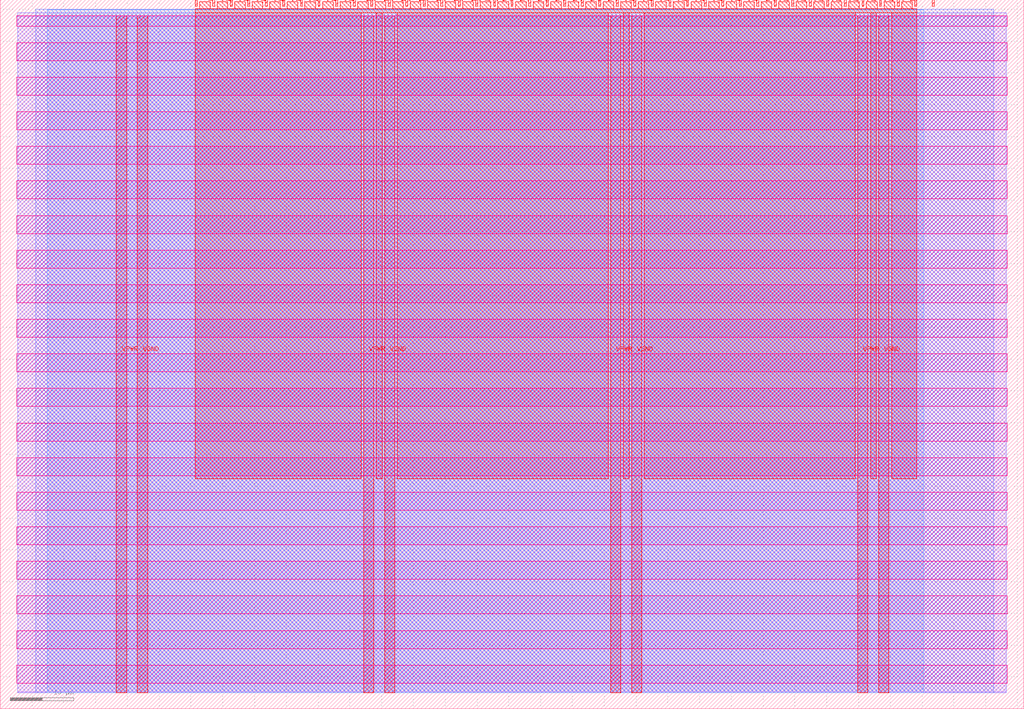
<source format=lef>
VERSION 5.7 ;
  NOWIREEXTENSIONATPIN ON ;
  DIVIDERCHAR "/" ;
  BUSBITCHARS "[]" ;
MACRO tt_um_bytex64_munch
  CLASS BLOCK ;
  FOREIGN tt_um_bytex64_munch ;
  ORIGIN 0.000 0.000 ;
  SIZE 161.000 BY 111.520 ;
  PIN VGND
    DIRECTION INOUT ;
    USE GROUND ;
    PORT
      LAYER met4 ;
        RECT 21.580 2.480 23.180 109.040 ;
    END
    PORT
      LAYER met4 ;
        RECT 60.450 2.480 62.050 109.040 ;
    END
    PORT
      LAYER met4 ;
        RECT 99.320 2.480 100.920 109.040 ;
    END
    PORT
      LAYER met4 ;
        RECT 138.190 2.480 139.790 109.040 ;
    END
  END VGND
  PIN VPWR
    DIRECTION INOUT ;
    USE POWER ;
    PORT
      LAYER met4 ;
        RECT 18.280 2.480 19.880 109.040 ;
    END
    PORT
      LAYER met4 ;
        RECT 57.150 2.480 58.750 109.040 ;
    END
    PORT
      LAYER met4 ;
        RECT 96.020 2.480 97.620 109.040 ;
    END
    PORT
      LAYER met4 ;
        RECT 134.890 2.480 136.490 109.040 ;
    END
  END VPWR
  PIN clk
    DIRECTION INPUT ;
    USE SIGNAL ;
    ANTENNAGATEAREA 0.852000 ;
    PORT
      LAYER met4 ;
        RECT 143.830 110.520 144.130 111.520 ;
    END
  END clk
  PIN ena
    DIRECTION INPUT ;
    USE SIGNAL ;
    PORT
      LAYER met4 ;
        RECT 146.590 110.520 146.890 111.520 ;
    END
  END ena
  PIN rst_n
    DIRECTION INPUT ;
    USE SIGNAL ;
    ANTENNAGATEAREA 0.196500 ;
    PORT
      LAYER met4 ;
        RECT 141.070 110.520 141.370 111.520 ;
    END
  END rst_n
  PIN ui_in[0]
    DIRECTION INPUT ;
    USE SIGNAL ;
    PORT
      LAYER met4 ;
        RECT 138.310 110.520 138.610 111.520 ;
    END
  END ui_in[0]
  PIN ui_in[1]
    DIRECTION INPUT ;
    USE SIGNAL ;
    PORT
      LAYER met4 ;
        RECT 135.550 110.520 135.850 111.520 ;
    END
  END ui_in[1]
  PIN ui_in[2]
    DIRECTION INPUT ;
    USE SIGNAL ;
    PORT
      LAYER met4 ;
        RECT 132.790 110.520 133.090 111.520 ;
    END
  END ui_in[2]
  PIN ui_in[3]
    DIRECTION INPUT ;
    USE SIGNAL ;
    PORT
      LAYER met4 ;
        RECT 130.030 110.520 130.330 111.520 ;
    END
  END ui_in[3]
  PIN ui_in[4]
    DIRECTION INPUT ;
    USE SIGNAL ;
    PORT
      LAYER met4 ;
        RECT 127.270 110.520 127.570 111.520 ;
    END
  END ui_in[4]
  PIN ui_in[5]
    DIRECTION INPUT ;
    USE SIGNAL ;
    PORT
      LAYER met4 ;
        RECT 124.510 110.520 124.810 111.520 ;
    END
  END ui_in[5]
  PIN ui_in[6]
    DIRECTION INPUT ;
    USE SIGNAL ;
    PORT
      LAYER met4 ;
        RECT 121.750 110.520 122.050 111.520 ;
    END
  END ui_in[6]
  PIN ui_in[7]
    DIRECTION INPUT ;
    USE SIGNAL ;
    PORT
      LAYER met4 ;
        RECT 118.990 110.520 119.290 111.520 ;
    END
  END ui_in[7]
  PIN uio_in[0]
    DIRECTION INPUT ;
    USE SIGNAL ;
    PORT
      LAYER met4 ;
        RECT 116.230 110.520 116.530 111.520 ;
    END
  END uio_in[0]
  PIN uio_in[1]
    DIRECTION INPUT ;
    USE SIGNAL ;
    PORT
      LAYER met4 ;
        RECT 113.470 110.520 113.770 111.520 ;
    END
  END uio_in[1]
  PIN uio_in[2]
    DIRECTION INPUT ;
    USE SIGNAL ;
    PORT
      LAYER met4 ;
        RECT 110.710 110.520 111.010 111.520 ;
    END
  END uio_in[2]
  PIN uio_in[3]
    DIRECTION INPUT ;
    USE SIGNAL ;
    PORT
      LAYER met4 ;
        RECT 107.950 110.520 108.250 111.520 ;
    END
  END uio_in[3]
  PIN uio_in[4]
    DIRECTION INPUT ;
    USE SIGNAL ;
    PORT
      LAYER met4 ;
        RECT 105.190 110.520 105.490 111.520 ;
    END
  END uio_in[4]
  PIN uio_in[5]
    DIRECTION INPUT ;
    USE SIGNAL ;
    PORT
      LAYER met4 ;
        RECT 102.430 110.520 102.730 111.520 ;
    END
  END uio_in[5]
  PIN uio_in[6]
    DIRECTION INPUT ;
    USE SIGNAL ;
    PORT
      LAYER met4 ;
        RECT 99.670 110.520 99.970 111.520 ;
    END
  END uio_in[6]
  PIN uio_in[7]
    DIRECTION INPUT ;
    USE SIGNAL ;
    PORT
      LAYER met4 ;
        RECT 96.910 110.520 97.210 111.520 ;
    END
  END uio_in[7]
  PIN uio_oe[0]
    DIRECTION OUTPUT ;
    USE SIGNAL ;
    ANTENNADIFFAREA 0.445500 ;
    PORT
      LAYER met4 ;
        RECT 49.990 110.520 50.290 111.520 ;
    END
  END uio_oe[0]
  PIN uio_oe[1]
    DIRECTION OUTPUT ;
    USE SIGNAL ;
    ANTENNADIFFAREA 0.445500 ;
    PORT
      LAYER met4 ;
        RECT 47.230 110.520 47.530 111.520 ;
    END
  END uio_oe[1]
  PIN uio_oe[2]
    DIRECTION OUTPUT ;
    USE SIGNAL ;
    ANTENNADIFFAREA 0.445500 ;
    PORT
      LAYER met4 ;
        RECT 44.470 110.520 44.770 111.520 ;
    END
  END uio_oe[2]
  PIN uio_oe[3]
    DIRECTION OUTPUT ;
    USE SIGNAL ;
    ANTENNADIFFAREA 0.445500 ;
    PORT
      LAYER met4 ;
        RECT 41.710 110.520 42.010 111.520 ;
    END
  END uio_oe[3]
  PIN uio_oe[4]
    DIRECTION OUTPUT ;
    USE SIGNAL ;
    ANTENNADIFFAREA 0.445500 ;
    PORT
      LAYER met4 ;
        RECT 38.950 110.520 39.250 111.520 ;
    END
  END uio_oe[4]
  PIN uio_oe[5]
    DIRECTION OUTPUT ;
    USE SIGNAL ;
    ANTENNADIFFAREA 0.445500 ;
    PORT
      LAYER met4 ;
        RECT 36.190 110.520 36.490 111.520 ;
    END
  END uio_oe[5]
  PIN uio_oe[6]
    DIRECTION OUTPUT ;
    USE SIGNAL ;
    ANTENNADIFFAREA 0.445500 ;
    PORT
      LAYER met4 ;
        RECT 33.430 110.520 33.730 111.520 ;
    END
  END uio_oe[6]
  PIN uio_oe[7]
    DIRECTION OUTPUT ;
    USE SIGNAL ;
    ANTENNADIFFAREA 0.445500 ;
    PORT
      LAYER met4 ;
        RECT 30.670 110.520 30.970 111.520 ;
    END
  END uio_oe[7]
  PIN uio_out[0]
    DIRECTION OUTPUT ;
    USE SIGNAL ;
    ANTENNADIFFAREA 0.445500 ;
    PORT
      LAYER met4 ;
        RECT 72.070 110.520 72.370 111.520 ;
    END
  END uio_out[0]
  PIN uio_out[1]
    DIRECTION OUTPUT ;
    USE SIGNAL ;
    ANTENNADIFFAREA 0.445500 ;
    PORT
      LAYER met4 ;
        RECT 69.310 110.520 69.610 111.520 ;
    END
  END uio_out[1]
  PIN uio_out[2]
    DIRECTION OUTPUT ;
    USE SIGNAL ;
    ANTENNADIFFAREA 0.445500 ;
    PORT
      LAYER met4 ;
        RECT 66.550 110.520 66.850 111.520 ;
    END
  END uio_out[2]
  PIN uio_out[3]
    DIRECTION OUTPUT ;
    USE SIGNAL ;
    ANTENNADIFFAREA 0.445500 ;
    PORT
      LAYER met4 ;
        RECT 63.790 110.520 64.090 111.520 ;
    END
  END uio_out[3]
  PIN uio_out[4]
    DIRECTION OUTPUT ;
    USE SIGNAL ;
    ANTENNADIFFAREA 0.795200 ;
    PORT
      LAYER met4 ;
        RECT 61.030 110.520 61.330 111.520 ;
    END
  END uio_out[4]
  PIN uio_out[5]
    DIRECTION OUTPUT ;
    USE SIGNAL ;
    ANTENNADIFFAREA 0.795200 ;
    PORT
      LAYER met4 ;
        RECT 58.270 110.520 58.570 111.520 ;
    END
  END uio_out[5]
  PIN uio_out[6]
    DIRECTION OUTPUT ;
    USE SIGNAL ;
    ANTENNADIFFAREA 0.795200 ;
    PORT
      LAYER met4 ;
        RECT 55.510 110.520 55.810 111.520 ;
    END
  END uio_out[6]
  PIN uio_out[7]
    DIRECTION OUTPUT ;
    USE SIGNAL ;
    ANTENNADIFFAREA 0.795200 ;
    PORT
      LAYER met4 ;
        RECT 52.750 110.520 53.050 111.520 ;
    END
  END uio_out[7]
  PIN uo_out[0]
    DIRECTION OUTPUT ;
    USE SIGNAL ;
    ANTENNADIFFAREA 0.891000 ;
    PORT
      LAYER met4 ;
        RECT 94.150 110.520 94.450 111.520 ;
    END
  END uo_out[0]
  PIN uo_out[1]
    DIRECTION OUTPUT ;
    USE SIGNAL ;
    ANTENNADIFFAREA 1.288000 ;
    PORT
      LAYER met4 ;
        RECT 91.390 110.520 91.690 111.520 ;
    END
  END uo_out[1]
  PIN uo_out[2]
    DIRECTION OUTPUT ;
    USE SIGNAL ;
    ANTENNADIFFAREA 1.242000 ;
    PORT
      LAYER met4 ;
        RECT 88.630 110.520 88.930 111.520 ;
    END
  END uo_out[2]
  PIN uo_out[3]
    DIRECTION OUTPUT ;
    USE SIGNAL ;
    ANTENNADIFFAREA 0.445500 ;
    PORT
      LAYER met4 ;
        RECT 85.870 110.520 86.170 111.520 ;
    END
  END uo_out[3]
  PIN uo_out[4]
    DIRECTION OUTPUT ;
    USE SIGNAL ;
    ANTENNADIFFAREA 0.891000 ;
    PORT
      LAYER met4 ;
        RECT 83.110 110.520 83.410 111.520 ;
    END
  END uo_out[4]
  PIN uo_out[5]
    DIRECTION OUTPUT ;
    USE SIGNAL ;
    ANTENNADIFFAREA 1.288000 ;
    PORT
      LAYER met4 ;
        RECT 80.350 110.520 80.650 111.520 ;
    END
  END uo_out[5]
  PIN uo_out[6]
    DIRECTION OUTPUT ;
    USE SIGNAL ;
    ANTENNADIFFAREA 1.242000 ;
    PORT
      LAYER met4 ;
        RECT 77.590 110.520 77.890 111.520 ;
    END
  END uo_out[6]
  PIN uo_out[7]
    DIRECTION OUTPUT ;
    USE SIGNAL ;
    ANTENNADIFFAREA 0.445500 ;
    PORT
      LAYER met4 ;
        RECT 74.830 110.520 75.130 111.520 ;
    END
  END uo_out[7]
  OBS
      LAYER nwell ;
        RECT 2.570 107.385 158.430 108.990 ;
        RECT 2.570 101.945 158.430 104.775 ;
        RECT 2.570 96.505 158.430 99.335 ;
        RECT 2.570 91.065 158.430 93.895 ;
        RECT 2.570 85.625 158.430 88.455 ;
        RECT 2.570 80.185 158.430 83.015 ;
        RECT 2.570 74.745 158.430 77.575 ;
        RECT 2.570 69.305 158.430 72.135 ;
        RECT 2.570 63.865 158.430 66.695 ;
        RECT 2.570 58.425 158.430 61.255 ;
        RECT 2.570 52.985 158.430 55.815 ;
        RECT 2.570 47.545 158.430 50.375 ;
        RECT 2.570 42.105 158.430 44.935 ;
        RECT 2.570 36.665 158.430 39.495 ;
        RECT 2.570 31.225 158.430 34.055 ;
        RECT 2.570 25.785 158.430 28.615 ;
        RECT 2.570 20.345 158.430 23.175 ;
        RECT 2.570 14.905 158.430 17.735 ;
        RECT 2.570 9.465 158.430 12.295 ;
        RECT 2.570 4.025 158.430 6.855 ;
      LAYER li1 ;
        RECT 2.760 2.635 158.240 108.885 ;
      LAYER met1 ;
        RECT 2.760 2.480 158.240 109.440 ;
      LAYER met2 ;
        RECT 5.620 2.535 156.300 110.005 ;
      LAYER met3 ;
        RECT 7.425 2.555 145.295 109.985 ;
      LAYER met4 ;
        RECT 31.370 110.120 33.030 111.170 ;
        RECT 34.130 110.120 35.790 111.170 ;
        RECT 36.890 110.120 38.550 111.170 ;
        RECT 39.650 110.120 41.310 111.170 ;
        RECT 42.410 110.120 44.070 111.170 ;
        RECT 45.170 110.120 46.830 111.170 ;
        RECT 47.930 110.120 49.590 111.170 ;
        RECT 50.690 110.120 52.350 111.170 ;
        RECT 53.450 110.120 55.110 111.170 ;
        RECT 56.210 110.120 57.870 111.170 ;
        RECT 58.970 110.120 60.630 111.170 ;
        RECT 61.730 110.120 63.390 111.170 ;
        RECT 64.490 110.120 66.150 111.170 ;
        RECT 67.250 110.120 68.910 111.170 ;
        RECT 70.010 110.120 71.670 111.170 ;
        RECT 72.770 110.120 74.430 111.170 ;
        RECT 75.530 110.120 77.190 111.170 ;
        RECT 78.290 110.120 79.950 111.170 ;
        RECT 81.050 110.120 82.710 111.170 ;
        RECT 83.810 110.120 85.470 111.170 ;
        RECT 86.570 110.120 88.230 111.170 ;
        RECT 89.330 110.120 90.990 111.170 ;
        RECT 92.090 110.120 93.750 111.170 ;
        RECT 94.850 110.120 96.510 111.170 ;
        RECT 97.610 110.120 99.270 111.170 ;
        RECT 100.370 110.120 102.030 111.170 ;
        RECT 103.130 110.120 104.790 111.170 ;
        RECT 105.890 110.120 107.550 111.170 ;
        RECT 108.650 110.120 110.310 111.170 ;
        RECT 111.410 110.120 113.070 111.170 ;
        RECT 114.170 110.120 115.830 111.170 ;
        RECT 116.930 110.120 118.590 111.170 ;
        RECT 119.690 110.120 121.350 111.170 ;
        RECT 122.450 110.120 124.110 111.170 ;
        RECT 125.210 110.120 126.870 111.170 ;
        RECT 127.970 110.120 129.630 111.170 ;
        RECT 130.730 110.120 132.390 111.170 ;
        RECT 133.490 110.120 135.150 111.170 ;
        RECT 136.250 110.120 137.910 111.170 ;
        RECT 139.010 110.120 140.670 111.170 ;
        RECT 141.770 110.120 143.430 111.170 ;
        RECT 30.655 109.440 144.145 110.120 ;
        RECT 30.655 36.215 56.750 109.440 ;
        RECT 59.150 36.215 60.050 109.440 ;
        RECT 62.450 36.215 95.620 109.440 ;
        RECT 98.020 36.215 98.920 109.440 ;
        RECT 101.320 36.215 134.490 109.440 ;
        RECT 136.890 36.215 137.790 109.440 ;
        RECT 140.190 36.215 144.145 109.440 ;
  END
END tt_um_bytex64_munch
END LIBRARY


</source>
